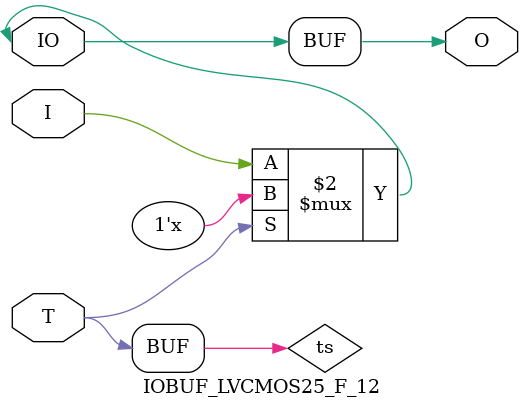
<source format=v>

/*

FUNCTION    : INPUT TRI-STATE OUTPUT BUFFER

*/

`celldefine
`timescale  100 ps / 10 ps

module IOBUF_LVCMOS25_F_12 (O, IO, I, T);

    output O;

    inout  IO;

    input  I, T;

    or O1 (ts, 1'b0, T);
    bufif0 T1 (IO, I, ts);

    buf B1 (O, IO);

endmodule

</source>
